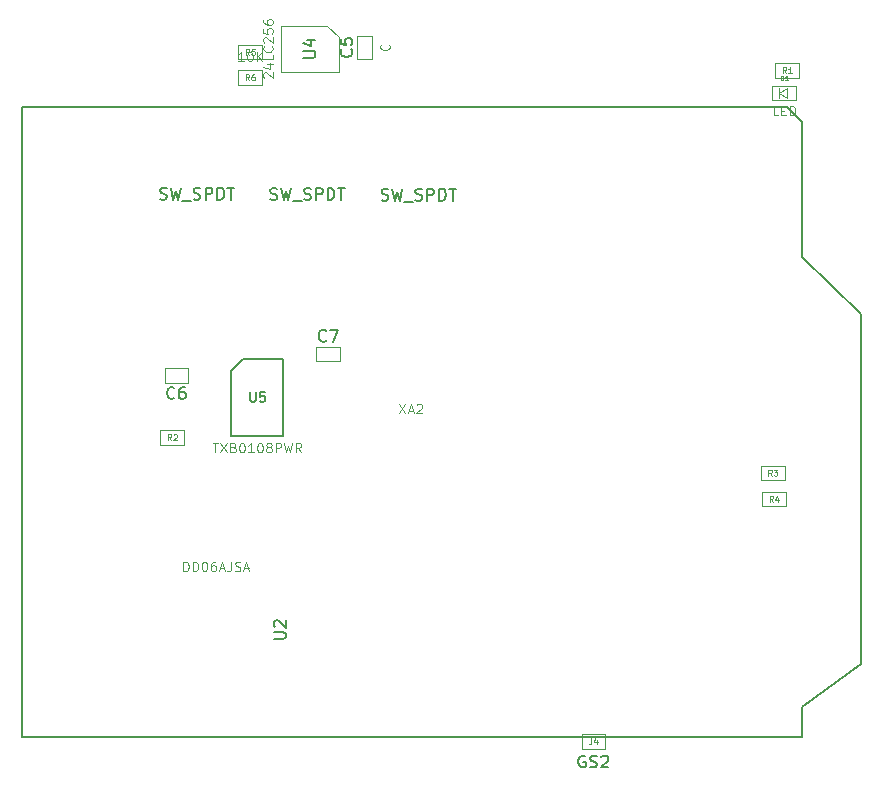
<source format=gbr>
G04 #@! TF.FileFunction,Other,Fab,Top*
%FSLAX46Y46*%
G04 Gerber Fmt 4.6, Leading zero omitted, Abs format (unit mm)*
G04 Created by KiCad (PCBNEW 4.0.7) date Monday, July 02, 2018 'PMt' 09:22:05 PM*
%MOMM*%
%LPD*%
G01*
G04 APERTURE LIST*
%ADD10C,0.100000*%
%ADD11C,0.200000*%
%ADD12C,0.150000*%
%ADD13C,0.075000*%
G04 APERTURE END LIST*
D10*
D11*
X169545000Y-173304200D02*
X235585000Y-173304200D01*
X235585000Y-170764200D02*
X235585000Y-173304200D01*
X235585000Y-170764200D02*
X240538000Y-167081200D01*
X235585000Y-132664200D02*
X240538000Y-137490200D01*
X240538000Y-137490200D02*
X240538000Y-145364200D01*
X240538000Y-145364200D02*
X240538000Y-167081200D01*
X235585000Y-132664200D02*
X235585000Y-121234200D01*
X235585000Y-121234200D02*
X234315000Y-119964200D01*
X234315000Y-119964200D02*
X169545000Y-119964200D01*
X169545000Y-173304200D02*
X169545000Y-119964200D01*
D10*
X199170000Y-115900000D02*
X197930000Y-115900000D01*
X199170000Y-113900000D02*
X199170000Y-115900000D01*
X197930000Y-113900000D02*
X199170000Y-113900000D01*
X197930000Y-115900000D02*
X197930000Y-113900000D01*
X183600000Y-142080000D02*
X183600000Y-143320000D01*
X181600000Y-142080000D02*
X183600000Y-142080000D01*
X181600000Y-143320000D02*
X181600000Y-142080000D01*
X183600000Y-143320000D02*
X181600000Y-143320000D01*
X194453000Y-141463000D02*
X194453000Y-140223000D01*
X196453000Y-141463000D02*
X194453000Y-141463000D01*
X196453000Y-140223000D02*
X196453000Y-141463000D01*
X194453000Y-140223000D02*
X196453000Y-140223000D01*
X233661000Y-118345000D02*
X233661000Y-119145000D01*
X233661000Y-118745000D02*
X234261000Y-118345000D01*
X234261000Y-119145000D02*
X233661000Y-118745000D01*
X234261000Y-118345000D02*
X234261000Y-119145000D01*
X235061000Y-119345000D02*
X233061000Y-119345000D01*
X235061000Y-118145000D02*
X235061000Y-119345000D01*
X233061000Y-118145000D02*
X235061000Y-118145000D01*
X233061000Y-119345000D02*
X233061000Y-118145000D01*
X233315000Y-117460000D02*
X233315000Y-116220000D01*
X235315000Y-117460000D02*
X233315000Y-117460000D01*
X235315000Y-116220000D02*
X235315000Y-117460000D01*
X233315000Y-116220000D02*
X235315000Y-116220000D01*
X183250000Y-147280000D02*
X183250000Y-148520000D01*
X181250000Y-147280000D02*
X183250000Y-147280000D01*
X181250000Y-148520000D02*
X181250000Y-147280000D01*
X183250000Y-148520000D02*
X181250000Y-148520000D01*
X232095800Y-151546800D02*
X232095800Y-150306800D01*
X234095800Y-151546800D02*
X232095800Y-151546800D01*
X234095800Y-150306800D02*
X234095800Y-151546800D01*
X232095800Y-150306800D02*
X234095800Y-150306800D01*
X234197400Y-152516600D02*
X234197400Y-153756600D01*
X232197400Y-152516600D02*
X234197400Y-152516600D01*
X232197400Y-153756600D02*
X232197400Y-152516600D01*
X234197400Y-153756600D02*
X232197400Y-153756600D01*
X196350000Y-114050000D02*
X196350000Y-116950000D01*
X196350000Y-116950000D02*
X191450000Y-116950000D01*
X191450000Y-116950000D02*
X191450000Y-113050000D01*
X191450000Y-113050000D02*
X195350000Y-113050000D01*
X195350000Y-113050000D02*
X196350000Y-114050000D01*
D12*
X188258600Y-141276000D02*
X191658600Y-141276000D01*
X191658600Y-141276000D02*
X191658600Y-147776000D01*
X191658600Y-147776000D02*
X187258600Y-147776000D01*
X187258600Y-147776000D02*
X187258600Y-142276000D01*
X187258600Y-142276000D02*
X188258600Y-141276000D01*
D10*
X189849000Y-114674000D02*
X189849000Y-115914000D01*
X187849000Y-114674000D02*
X189849000Y-114674000D01*
X187849000Y-115914000D02*
X187849000Y-114674000D01*
X189849000Y-115914000D02*
X187849000Y-115914000D01*
X189849000Y-116833000D02*
X189849000Y-118073000D01*
X187849000Y-116833000D02*
X189849000Y-116833000D01*
X187849000Y-118073000D02*
X187849000Y-116833000D01*
X189849000Y-118073000D02*
X187849000Y-118073000D01*
X216900000Y-174270000D02*
X216900000Y-173030000D01*
X218900000Y-174270000D02*
X216900000Y-174270000D01*
X218900000Y-173030000D02*
X218900000Y-174270000D01*
X216900000Y-173030000D02*
X218900000Y-173030000D01*
X183185143Y-159238905D02*
X183185143Y-158438905D01*
X183375619Y-158438905D01*
X183489905Y-158477000D01*
X183566096Y-158553190D01*
X183604191Y-158629381D01*
X183642286Y-158781762D01*
X183642286Y-158896048D01*
X183604191Y-159048429D01*
X183566096Y-159124619D01*
X183489905Y-159200810D01*
X183375619Y-159238905D01*
X183185143Y-159238905D01*
X183985143Y-159238905D02*
X183985143Y-158438905D01*
X184175619Y-158438905D01*
X184289905Y-158477000D01*
X184366096Y-158553190D01*
X184404191Y-158629381D01*
X184442286Y-158781762D01*
X184442286Y-158896048D01*
X184404191Y-159048429D01*
X184366096Y-159124619D01*
X184289905Y-159200810D01*
X184175619Y-159238905D01*
X183985143Y-159238905D01*
X184937524Y-158438905D02*
X185013715Y-158438905D01*
X185089905Y-158477000D01*
X185128000Y-158515095D01*
X185166096Y-158591286D01*
X185204191Y-158743667D01*
X185204191Y-158934143D01*
X185166096Y-159086524D01*
X185128000Y-159162714D01*
X185089905Y-159200810D01*
X185013715Y-159238905D01*
X184937524Y-159238905D01*
X184861334Y-159200810D01*
X184823238Y-159162714D01*
X184785143Y-159086524D01*
X184747048Y-158934143D01*
X184747048Y-158743667D01*
X184785143Y-158591286D01*
X184823238Y-158515095D01*
X184861334Y-158477000D01*
X184937524Y-158438905D01*
X185889905Y-158438905D02*
X185737524Y-158438905D01*
X185661334Y-158477000D01*
X185623239Y-158515095D01*
X185547048Y-158629381D01*
X185508953Y-158781762D01*
X185508953Y-159086524D01*
X185547048Y-159162714D01*
X185585143Y-159200810D01*
X185661334Y-159238905D01*
X185813715Y-159238905D01*
X185889905Y-159200810D01*
X185928001Y-159162714D01*
X185966096Y-159086524D01*
X185966096Y-158896048D01*
X185928001Y-158819857D01*
X185889905Y-158781762D01*
X185813715Y-158743667D01*
X185661334Y-158743667D01*
X185585143Y-158781762D01*
X185547048Y-158819857D01*
X185508953Y-158896048D01*
X186270858Y-159010333D02*
X186651810Y-159010333D01*
X186194667Y-159238905D02*
X186461334Y-158438905D01*
X186728001Y-159238905D01*
X187223239Y-158438905D02*
X187223239Y-159010333D01*
X187185143Y-159124619D01*
X187108953Y-159200810D01*
X186994667Y-159238905D01*
X186918477Y-159238905D01*
X187566096Y-159200810D02*
X187680382Y-159238905D01*
X187870858Y-159238905D01*
X187947048Y-159200810D01*
X187985144Y-159162714D01*
X188023239Y-159086524D01*
X188023239Y-159010333D01*
X187985144Y-158934143D01*
X187947048Y-158896048D01*
X187870858Y-158857952D01*
X187718477Y-158819857D01*
X187642286Y-158781762D01*
X187604191Y-158743667D01*
X187566096Y-158667476D01*
X187566096Y-158591286D01*
X187604191Y-158515095D01*
X187642286Y-158477000D01*
X187718477Y-158438905D01*
X187908953Y-158438905D01*
X188023239Y-158477000D01*
X188328001Y-159010333D02*
X188708953Y-159010333D01*
X188251810Y-159238905D02*
X188518477Y-158438905D01*
X188785144Y-159238905D01*
D12*
X190841381Y-164972905D02*
X191650905Y-164972905D01*
X191746143Y-164925286D01*
X191793762Y-164877667D01*
X191841381Y-164782429D01*
X191841381Y-164591952D01*
X191793762Y-164496714D01*
X191746143Y-164449095D01*
X191650905Y-164401476D01*
X190841381Y-164401476D01*
X190936619Y-163972905D02*
X190889000Y-163925286D01*
X190841381Y-163830048D01*
X190841381Y-163591952D01*
X190889000Y-163496714D01*
X190936619Y-163449095D01*
X191031857Y-163401476D01*
X191127095Y-163401476D01*
X191269952Y-163449095D01*
X191841381Y-164020524D01*
X191841381Y-163401476D01*
D10*
X201454524Y-145066105D02*
X201987857Y-145866105D01*
X201987857Y-145066105D02*
X201454524Y-145866105D01*
X202254524Y-145637533D02*
X202635476Y-145637533D01*
X202178333Y-145866105D02*
X202445000Y-145066105D01*
X202711667Y-145866105D01*
X202940238Y-145142295D02*
X202978333Y-145104200D01*
X203054524Y-145066105D01*
X203245000Y-145066105D01*
X203321190Y-145104200D01*
X203359286Y-145142295D01*
X203397381Y-145218486D01*
X203397381Y-145294676D01*
X203359286Y-145408962D01*
X202902143Y-145866105D01*
X203397381Y-145866105D01*
X200585714Y-114652381D02*
X200623810Y-114690476D01*
X200661905Y-114804762D01*
X200661905Y-114880952D01*
X200623810Y-114995238D01*
X200547619Y-115071429D01*
X200471429Y-115109524D01*
X200319048Y-115147619D01*
X200204762Y-115147619D01*
X200052381Y-115109524D01*
X199976190Y-115071429D01*
X199900000Y-114995238D01*
X199861905Y-114880952D01*
X199861905Y-114804762D01*
X199900000Y-114690476D01*
X199938095Y-114652381D01*
D12*
X197407143Y-115066666D02*
X197454762Y-115114285D01*
X197502381Y-115257142D01*
X197502381Y-115352380D01*
X197454762Y-115495238D01*
X197359524Y-115590476D01*
X197264286Y-115638095D01*
X197073810Y-115685714D01*
X196930952Y-115685714D01*
X196740476Y-115638095D01*
X196645238Y-115590476D01*
X196550000Y-115495238D01*
X196502381Y-115352380D01*
X196502381Y-115257142D01*
X196550000Y-115114285D01*
X196597619Y-115066666D01*
X196502381Y-114161904D02*
X196502381Y-114638095D01*
X196978571Y-114685714D01*
X196930952Y-114638095D01*
X196883333Y-114542857D01*
X196883333Y-114304761D01*
X196930952Y-114209523D01*
X196978571Y-114161904D01*
X197073810Y-114114285D01*
X197311905Y-114114285D01*
X197407143Y-114161904D01*
X197454762Y-114209523D01*
X197502381Y-114304761D01*
X197502381Y-114542857D01*
X197454762Y-114638095D01*
X197407143Y-114685714D01*
X182433334Y-144557143D02*
X182385715Y-144604762D01*
X182242858Y-144652381D01*
X182147620Y-144652381D01*
X182004762Y-144604762D01*
X181909524Y-144509524D01*
X181861905Y-144414286D01*
X181814286Y-144223810D01*
X181814286Y-144080952D01*
X181861905Y-143890476D01*
X181909524Y-143795238D01*
X182004762Y-143700000D01*
X182147620Y-143652381D01*
X182242858Y-143652381D01*
X182385715Y-143700000D01*
X182433334Y-143747619D01*
X183290477Y-143652381D02*
X183100000Y-143652381D01*
X183004762Y-143700000D01*
X182957143Y-143747619D01*
X182861905Y-143890476D01*
X182814286Y-144080952D01*
X182814286Y-144461905D01*
X182861905Y-144557143D01*
X182909524Y-144604762D01*
X183004762Y-144652381D01*
X183195239Y-144652381D01*
X183290477Y-144604762D01*
X183338096Y-144557143D01*
X183385715Y-144461905D01*
X183385715Y-144223810D01*
X183338096Y-144128571D01*
X183290477Y-144080952D01*
X183195239Y-144033333D01*
X183004762Y-144033333D01*
X182909524Y-144080952D01*
X182861905Y-144128571D01*
X182814286Y-144223810D01*
X195286334Y-139700143D02*
X195238715Y-139747762D01*
X195095858Y-139795381D01*
X195000620Y-139795381D01*
X194857762Y-139747762D01*
X194762524Y-139652524D01*
X194714905Y-139557286D01*
X194667286Y-139366810D01*
X194667286Y-139223952D01*
X194714905Y-139033476D01*
X194762524Y-138938238D01*
X194857762Y-138843000D01*
X195000620Y-138795381D01*
X195095858Y-138795381D01*
X195238715Y-138843000D01*
X195286334Y-138890619D01*
X195619667Y-138795381D02*
X196286334Y-138795381D01*
X195857762Y-139795381D01*
D10*
X233546715Y-120656905D02*
X233165762Y-120656905D01*
X233165762Y-119856905D01*
X233813381Y-120237857D02*
X234080048Y-120237857D01*
X234194334Y-120656905D02*
X233813381Y-120656905D01*
X233813381Y-119856905D01*
X234194334Y-119856905D01*
X234537191Y-120656905D02*
X234537191Y-119856905D01*
X234727667Y-119856905D01*
X234841953Y-119895000D01*
X234918144Y-119971190D01*
X234956239Y-120047381D01*
X234994334Y-120199762D01*
X234994334Y-120314048D01*
X234956239Y-120466429D01*
X234918144Y-120542619D01*
X234841953Y-120618810D01*
X234727667Y-120656905D01*
X234537191Y-120656905D01*
X233765762Y-117675952D02*
X233765762Y-117275952D01*
X233861000Y-117275952D01*
X233918143Y-117295000D01*
X233956238Y-117333095D01*
X233975286Y-117371190D01*
X233994334Y-117447381D01*
X233994334Y-117504524D01*
X233975286Y-117580714D01*
X233956238Y-117618810D01*
X233918143Y-117656905D01*
X233861000Y-117675952D01*
X233765762Y-117675952D01*
X234375286Y-117675952D02*
X234146714Y-117675952D01*
X234261000Y-117675952D02*
X234261000Y-117275952D01*
X234222905Y-117333095D01*
X234184810Y-117371190D01*
X234146714Y-117390238D01*
D13*
X234231667Y-117066190D02*
X234065000Y-116828095D01*
X233945953Y-117066190D02*
X233945953Y-116566190D01*
X234136429Y-116566190D01*
X234184048Y-116590000D01*
X234207857Y-116613810D01*
X234231667Y-116661429D01*
X234231667Y-116732857D01*
X234207857Y-116780476D01*
X234184048Y-116804286D01*
X234136429Y-116828095D01*
X233945953Y-116828095D01*
X234707857Y-117066190D02*
X234422143Y-117066190D01*
X234565000Y-117066190D02*
X234565000Y-116566190D01*
X234517381Y-116637619D01*
X234469762Y-116685238D01*
X234422143Y-116709048D01*
X182166667Y-148126190D02*
X182000000Y-147888095D01*
X181880953Y-148126190D02*
X181880953Y-147626190D01*
X182071429Y-147626190D01*
X182119048Y-147650000D01*
X182142857Y-147673810D01*
X182166667Y-147721429D01*
X182166667Y-147792857D01*
X182142857Y-147840476D01*
X182119048Y-147864286D01*
X182071429Y-147888095D01*
X181880953Y-147888095D01*
X182357143Y-147673810D02*
X182380953Y-147650000D01*
X182428572Y-147626190D01*
X182547619Y-147626190D01*
X182595238Y-147650000D01*
X182619048Y-147673810D01*
X182642857Y-147721429D01*
X182642857Y-147769048D01*
X182619048Y-147840476D01*
X182333334Y-148126190D01*
X182642857Y-148126190D01*
X233012467Y-151152990D02*
X232845800Y-150914895D01*
X232726753Y-151152990D02*
X232726753Y-150652990D01*
X232917229Y-150652990D01*
X232964848Y-150676800D01*
X232988657Y-150700610D01*
X233012467Y-150748229D01*
X233012467Y-150819657D01*
X232988657Y-150867276D01*
X232964848Y-150891086D01*
X232917229Y-150914895D01*
X232726753Y-150914895D01*
X233179134Y-150652990D02*
X233488657Y-150652990D01*
X233321991Y-150843467D01*
X233393419Y-150843467D01*
X233441038Y-150867276D01*
X233464848Y-150891086D01*
X233488657Y-150938705D01*
X233488657Y-151057752D01*
X233464848Y-151105371D01*
X233441038Y-151129181D01*
X233393419Y-151152990D01*
X233250562Y-151152990D01*
X233202943Y-151129181D01*
X233179134Y-151105371D01*
X233114067Y-153362790D02*
X232947400Y-153124695D01*
X232828353Y-153362790D02*
X232828353Y-152862790D01*
X233018829Y-152862790D01*
X233066448Y-152886600D01*
X233090257Y-152910410D01*
X233114067Y-152958029D01*
X233114067Y-153029457D01*
X233090257Y-153077076D01*
X233066448Y-153100886D01*
X233018829Y-153124695D01*
X232828353Y-153124695D01*
X233542638Y-153029457D02*
X233542638Y-153362790D01*
X233423591Y-152838981D02*
X233304543Y-153196124D01*
X233614067Y-153196124D01*
D10*
X190038095Y-117476191D02*
X190000000Y-117438096D01*
X189961905Y-117361905D01*
X189961905Y-117171429D01*
X190000000Y-117095239D01*
X190038095Y-117057143D01*
X190114286Y-117019048D01*
X190190476Y-117019048D01*
X190304762Y-117057143D01*
X190761905Y-117514286D01*
X190761905Y-117019048D01*
X190228571Y-116333334D02*
X190761905Y-116333334D01*
X189923810Y-116523810D02*
X190495238Y-116714286D01*
X190495238Y-116219048D01*
X190761905Y-115533333D02*
X190761905Y-115914286D01*
X189961905Y-115914286D01*
X190685714Y-114809524D02*
X190723810Y-114847619D01*
X190761905Y-114961905D01*
X190761905Y-115038095D01*
X190723810Y-115152381D01*
X190647619Y-115228572D01*
X190571429Y-115266667D01*
X190419048Y-115304762D01*
X190304762Y-115304762D01*
X190152381Y-115266667D01*
X190076190Y-115228572D01*
X190000000Y-115152381D01*
X189961905Y-115038095D01*
X189961905Y-114961905D01*
X190000000Y-114847619D01*
X190038095Y-114809524D01*
X190038095Y-114504762D02*
X190000000Y-114466667D01*
X189961905Y-114390476D01*
X189961905Y-114200000D01*
X190000000Y-114123810D01*
X190038095Y-114085714D01*
X190114286Y-114047619D01*
X190190476Y-114047619D01*
X190304762Y-114085714D01*
X190761905Y-114542857D01*
X190761905Y-114047619D01*
X189961905Y-113323809D02*
X189961905Y-113704762D01*
X190342857Y-113742857D01*
X190304762Y-113704762D01*
X190266667Y-113628571D01*
X190266667Y-113438095D01*
X190304762Y-113361905D01*
X190342857Y-113323809D01*
X190419048Y-113285714D01*
X190609524Y-113285714D01*
X190685714Y-113323809D01*
X190723810Y-113361905D01*
X190761905Y-113438095D01*
X190761905Y-113628571D01*
X190723810Y-113704762D01*
X190685714Y-113742857D01*
X189961905Y-112600000D02*
X189961905Y-112752381D01*
X190000000Y-112828571D01*
X190038095Y-112866666D01*
X190152381Y-112942857D01*
X190304762Y-112980952D01*
X190609524Y-112980952D01*
X190685714Y-112942857D01*
X190723810Y-112904762D01*
X190761905Y-112828571D01*
X190761905Y-112676190D01*
X190723810Y-112600000D01*
X190685714Y-112561904D01*
X190609524Y-112523809D01*
X190419048Y-112523809D01*
X190342857Y-112561904D01*
X190304762Y-112600000D01*
X190266667Y-112676190D01*
X190266667Y-112828571D01*
X190304762Y-112904762D01*
X190342857Y-112942857D01*
X190419048Y-112980952D01*
D12*
X193352381Y-115761905D02*
X194161905Y-115761905D01*
X194257143Y-115714286D01*
X194304762Y-115666667D01*
X194352381Y-115571429D01*
X194352381Y-115380952D01*
X194304762Y-115285714D01*
X194257143Y-115238095D01*
X194161905Y-115190476D01*
X193352381Y-115190476D01*
X193685714Y-114285714D02*
X194352381Y-114285714D01*
X193304762Y-114523810D02*
X194019048Y-114761905D01*
X194019048Y-114142857D01*
D10*
X185668123Y-148387905D02*
X186125266Y-148387905D01*
X185896695Y-149187905D02*
X185896695Y-148387905D01*
X186315743Y-148387905D02*
X186849076Y-149187905D01*
X186849076Y-148387905D02*
X186315743Y-149187905D01*
X187420505Y-148768857D02*
X187534791Y-148806952D01*
X187572886Y-148845048D01*
X187610981Y-148921238D01*
X187610981Y-149035524D01*
X187572886Y-149111714D01*
X187534791Y-149149810D01*
X187458600Y-149187905D01*
X187153838Y-149187905D01*
X187153838Y-148387905D01*
X187420505Y-148387905D01*
X187496695Y-148426000D01*
X187534791Y-148464095D01*
X187572886Y-148540286D01*
X187572886Y-148616476D01*
X187534791Y-148692667D01*
X187496695Y-148730762D01*
X187420505Y-148768857D01*
X187153838Y-148768857D01*
X188106219Y-148387905D02*
X188182410Y-148387905D01*
X188258600Y-148426000D01*
X188296695Y-148464095D01*
X188334791Y-148540286D01*
X188372886Y-148692667D01*
X188372886Y-148883143D01*
X188334791Y-149035524D01*
X188296695Y-149111714D01*
X188258600Y-149149810D01*
X188182410Y-149187905D01*
X188106219Y-149187905D01*
X188030029Y-149149810D01*
X187991933Y-149111714D01*
X187953838Y-149035524D01*
X187915743Y-148883143D01*
X187915743Y-148692667D01*
X187953838Y-148540286D01*
X187991933Y-148464095D01*
X188030029Y-148426000D01*
X188106219Y-148387905D01*
X189134791Y-149187905D02*
X188677648Y-149187905D01*
X188906219Y-149187905D02*
X188906219Y-148387905D01*
X188830029Y-148502190D01*
X188753838Y-148578381D01*
X188677648Y-148616476D01*
X189630029Y-148387905D02*
X189706220Y-148387905D01*
X189782410Y-148426000D01*
X189820505Y-148464095D01*
X189858601Y-148540286D01*
X189896696Y-148692667D01*
X189896696Y-148883143D01*
X189858601Y-149035524D01*
X189820505Y-149111714D01*
X189782410Y-149149810D01*
X189706220Y-149187905D01*
X189630029Y-149187905D01*
X189553839Y-149149810D01*
X189515743Y-149111714D01*
X189477648Y-149035524D01*
X189439553Y-148883143D01*
X189439553Y-148692667D01*
X189477648Y-148540286D01*
X189515743Y-148464095D01*
X189553839Y-148426000D01*
X189630029Y-148387905D01*
X190353839Y-148730762D02*
X190277648Y-148692667D01*
X190239553Y-148654571D01*
X190201458Y-148578381D01*
X190201458Y-148540286D01*
X190239553Y-148464095D01*
X190277648Y-148426000D01*
X190353839Y-148387905D01*
X190506220Y-148387905D01*
X190582410Y-148426000D01*
X190620506Y-148464095D01*
X190658601Y-148540286D01*
X190658601Y-148578381D01*
X190620506Y-148654571D01*
X190582410Y-148692667D01*
X190506220Y-148730762D01*
X190353839Y-148730762D01*
X190277648Y-148768857D01*
X190239553Y-148806952D01*
X190201458Y-148883143D01*
X190201458Y-149035524D01*
X190239553Y-149111714D01*
X190277648Y-149149810D01*
X190353839Y-149187905D01*
X190506220Y-149187905D01*
X190582410Y-149149810D01*
X190620506Y-149111714D01*
X190658601Y-149035524D01*
X190658601Y-148883143D01*
X190620506Y-148806952D01*
X190582410Y-148768857D01*
X190506220Y-148730762D01*
X191001458Y-149187905D02*
X191001458Y-148387905D01*
X191306220Y-148387905D01*
X191382411Y-148426000D01*
X191420506Y-148464095D01*
X191458601Y-148540286D01*
X191458601Y-148654571D01*
X191420506Y-148730762D01*
X191382411Y-148768857D01*
X191306220Y-148806952D01*
X191001458Y-148806952D01*
X191725268Y-148387905D02*
X191915744Y-149187905D01*
X192068125Y-148616476D01*
X192220506Y-149187905D01*
X192410982Y-148387905D01*
X193172887Y-149187905D02*
X192906220Y-148806952D01*
X192715744Y-149187905D02*
X192715744Y-148387905D01*
X193020506Y-148387905D01*
X193096697Y-148426000D01*
X193134792Y-148464095D01*
X193172887Y-148540286D01*
X193172887Y-148654571D01*
X193134792Y-148730762D01*
X193096697Y-148768857D01*
X193020506Y-148806952D01*
X192715744Y-148806952D01*
D12*
X188849076Y-144087905D02*
X188849076Y-144735524D01*
X188887171Y-144811714D01*
X188925267Y-144849810D01*
X189001457Y-144887905D01*
X189153838Y-144887905D01*
X189230029Y-144849810D01*
X189268124Y-144811714D01*
X189306219Y-144735524D01*
X189306219Y-144087905D01*
X190068124Y-144087905D02*
X189687171Y-144087905D01*
X189649076Y-144468857D01*
X189687171Y-144430762D01*
X189763362Y-144392667D01*
X189953838Y-144392667D01*
X190030028Y-144430762D01*
X190068124Y-144468857D01*
X190106219Y-144545048D01*
X190106219Y-144735524D01*
X190068124Y-144811714D01*
X190030028Y-144849810D01*
X189953838Y-144887905D01*
X189763362Y-144887905D01*
X189687171Y-144849810D01*
X189649076Y-144811714D01*
D13*
X188765667Y-115520190D02*
X188599000Y-115282095D01*
X188479953Y-115520190D02*
X188479953Y-115020190D01*
X188670429Y-115020190D01*
X188718048Y-115044000D01*
X188741857Y-115067810D01*
X188765667Y-115115429D01*
X188765667Y-115186857D01*
X188741857Y-115234476D01*
X188718048Y-115258286D01*
X188670429Y-115282095D01*
X188479953Y-115282095D01*
X189218048Y-115020190D02*
X188979953Y-115020190D01*
X188956143Y-115258286D01*
X188979953Y-115234476D01*
X189027572Y-115210667D01*
X189146619Y-115210667D01*
X189194238Y-115234476D01*
X189218048Y-115258286D01*
X189241857Y-115305905D01*
X189241857Y-115424952D01*
X189218048Y-115472571D01*
X189194238Y-115496381D01*
X189146619Y-115520190D01*
X189027572Y-115520190D01*
X188979953Y-115496381D01*
X188956143Y-115472571D01*
D10*
X188296619Y-116064905D02*
X187839476Y-116064905D01*
X188068047Y-116064905D02*
X188068047Y-115264905D01*
X187991857Y-115379190D01*
X187915666Y-115455381D01*
X187839476Y-115493476D01*
X188791857Y-115264905D02*
X188868048Y-115264905D01*
X188944238Y-115303000D01*
X188982333Y-115341095D01*
X189020429Y-115417286D01*
X189058524Y-115569667D01*
X189058524Y-115760143D01*
X189020429Y-115912524D01*
X188982333Y-115988714D01*
X188944238Y-116026810D01*
X188868048Y-116064905D01*
X188791857Y-116064905D01*
X188715667Y-116026810D01*
X188677571Y-115988714D01*
X188639476Y-115912524D01*
X188601381Y-115760143D01*
X188601381Y-115569667D01*
X188639476Y-115417286D01*
X188677571Y-115341095D01*
X188715667Y-115303000D01*
X188791857Y-115264905D01*
X189401381Y-116064905D02*
X189401381Y-115264905D01*
X189858524Y-116064905D02*
X189515667Y-115607762D01*
X189858524Y-115264905D02*
X189401381Y-115722048D01*
D13*
X188765667Y-117679190D02*
X188599000Y-117441095D01*
X188479953Y-117679190D02*
X188479953Y-117179190D01*
X188670429Y-117179190D01*
X188718048Y-117203000D01*
X188741857Y-117226810D01*
X188765667Y-117274429D01*
X188765667Y-117345857D01*
X188741857Y-117393476D01*
X188718048Y-117417286D01*
X188670429Y-117441095D01*
X188479953Y-117441095D01*
X189194238Y-117179190D02*
X189099000Y-117179190D01*
X189051381Y-117203000D01*
X189027572Y-117226810D01*
X188979953Y-117298238D01*
X188956143Y-117393476D01*
X188956143Y-117583952D01*
X188979953Y-117631571D01*
X189003762Y-117655381D01*
X189051381Y-117679190D01*
X189146619Y-117679190D01*
X189194238Y-117655381D01*
X189218048Y-117631571D01*
X189241857Y-117583952D01*
X189241857Y-117464905D01*
X189218048Y-117417286D01*
X189194238Y-117393476D01*
X189146619Y-117369667D01*
X189051381Y-117369667D01*
X189003762Y-117393476D01*
X188979953Y-117417286D01*
X188956143Y-117464905D01*
D12*
X217209524Y-174900000D02*
X217114286Y-174852381D01*
X216971429Y-174852381D01*
X216828571Y-174900000D01*
X216733333Y-174995238D01*
X216685714Y-175090476D01*
X216638095Y-175280952D01*
X216638095Y-175423810D01*
X216685714Y-175614286D01*
X216733333Y-175709524D01*
X216828571Y-175804762D01*
X216971429Y-175852381D01*
X217066667Y-175852381D01*
X217209524Y-175804762D01*
X217257143Y-175757143D01*
X217257143Y-175423810D01*
X217066667Y-175423810D01*
X217638095Y-175804762D02*
X217780952Y-175852381D01*
X218019048Y-175852381D01*
X218114286Y-175804762D01*
X218161905Y-175757143D01*
X218209524Y-175661905D01*
X218209524Y-175566667D01*
X218161905Y-175471429D01*
X218114286Y-175423810D01*
X218019048Y-175376190D01*
X217828571Y-175328571D01*
X217733333Y-175280952D01*
X217685714Y-175233333D01*
X217638095Y-175138095D01*
X217638095Y-175042857D01*
X217685714Y-174947619D01*
X217733333Y-174900000D01*
X217828571Y-174852381D01*
X218066667Y-174852381D01*
X218209524Y-174900000D01*
X218590476Y-174947619D02*
X218638095Y-174900000D01*
X218733333Y-174852381D01*
X218971429Y-174852381D01*
X219066667Y-174900000D01*
X219114286Y-174947619D01*
X219161905Y-175042857D01*
X219161905Y-175138095D01*
X219114286Y-175280952D01*
X218542857Y-175852381D01*
X219161905Y-175852381D01*
D13*
X217733334Y-173376190D02*
X217733334Y-173733333D01*
X217709524Y-173804762D01*
X217661905Y-173852381D01*
X217590477Y-173876190D01*
X217542858Y-173876190D01*
X218185714Y-173542857D02*
X218185714Y-173876190D01*
X218066667Y-173352381D02*
X217947619Y-173709524D01*
X218257143Y-173709524D01*
D12*
X181207162Y-127734962D02*
X181350019Y-127782581D01*
X181588115Y-127782581D01*
X181683353Y-127734962D01*
X181730972Y-127687343D01*
X181778591Y-127592105D01*
X181778591Y-127496867D01*
X181730972Y-127401629D01*
X181683353Y-127354010D01*
X181588115Y-127306390D01*
X181397638Y-127258771D01*
X181302400Y-127211152D01*
X181254781Y-127163533D01*
X181207162Y-127068295D01*
X181207162Y-126973057D01*
X181254781Y-126877819D01*
X181302400Y-126830200D01*
X181397638Y-126782581D01*
X181635734Y-126782581D01*
X181778591Y-126830200D01*
X182111924Y-126782581D02*
X182350019Y-127782581D01*
X182540496Y-127068295D01*
X182730972Y-127782581D01*
X182969067Y-126782581D01*
X183111924Y-127877819D02*
X183873829Y-127877819D01*
X184064305Y-127734962D02*
X184207162Y-127782581D01*
X184445258Y-127782581D01*
X184540496Y-127734962D01*
X184588115Y-127687343D01*
X184635734Y-127592105D01*
X184635734Y-127496867D01*
X184588115Y-127401629D01*
X184540496Y-127354010D01*
X184445258Y-127306390D01*
X184254781Y-127258771D01*
X184159543Y-127211152D01*
X184111924Y-127163533D01*
X184064305Y-127068295D01*
X184064305Y-126973057D01*
X184111924Y-126877819D01*
X184159543Y-126830200D01*
X184254781Y-126782581D01*
X184492877Y-126782581D01*
X184635734Y-126830200D01*
X185064305Y-127782581D02*
X185064305Y-126782581D01*
X185445258Y-126782581D01*
X185540496Y-126830200D01*
X185588115Y-126877819D01*
X185635734Y-126973057D01*
X185635734Y-127115914D01*
X185588115Y-127211152D01*
X185540496Y-127258771D01*
X185445258Y-127306390D01*
X185064305Y-127306390D01*
X186064305Y-127782581D02*
X186064305Y-126782581D01*
X186302400Y-126782581D01*
X186445258Y-126830200D01*
X186540496Y-126925438D01*
X186588115Y-127020676D01*
X186635734Y-127211152D01*
X186635734Y-127354010D01*
X186588115Y-127544486D01*
X186540496Y-127639724D01*
X186445258Y-127734962D01*
X186302400Y-127782581D01*
X186064305Y-127782581D01*
X186921448Y-126782581D02*
X187492877Y-126782581D01*
X187207162Y-127782581D02*
X187207162Y-126782581D01*
X190554362Y-127760362D02*
X190697219Y-127807981D01*
X190935315Y-127807981D01*
X191030553Y-127760362D01*
X191078172Y-127712743D01*
X191125791Y-127617505D01*
X191125791Y-127522267D01*
X191078172Y-127427029D01*
X191030553Y-127379410D01*
X190935315Y-127331790D01*
X190744838Y-127284171D01*
X190649600Y-127236552D01*
X190601981Y-127188933D01*
X190554362Y-127093695D01*
X190554362Y-126998457D01*
X190601981Y-126903219D01*
X190649600Y-126855600D01*
X190744838Y-126807981D01*
X190982934Y-126807981D01*
X191125791Y-126855600D01*
X191459124Y-126807981D02*
X191697219Y-127807981D01*
X191887696Y-127093695D01*
X192078172Y-127807981D01*
X192316267Y-126807981D01*
X192459124Y-127903219D02*
X193221029Y-127903219D01*
X193411505Y-127760362D02*
X193554362Y-127807981D01*
X193792458Y-127807981D01*
X193887696Y-127760362D01*
X193935315Y-127712743D01*
X193982934Y-127617505D01*
X193982934Y-127522267D01*
X193935315Y-127427029D01*
X193887696Y-127379410D01*
X193792458Y-127331790D01*
X193601981Y-127284171D01*
X193506743Y-127236552D01*
X193459124Y-127188933D01*
X193411505Y-127093695D01*
X193411505Y-126998457D01*
X193459124Y-126903219D01*
X193506743Y-126855600D01*
X193601981Y-126807981D01*
X193840077Y-126807981D01*
X193982934Y-126855600D01*
X194411505Y-127807981D02*
X194411505Y-126807981D01*
X194792458Y-126807981D01*
X194887696Y-126855600D01*
X194935315Y-126903219D01*
X194982934Y-126998457D01*
X194982934Y-127141314D01*
X194935315Y-127236552D01*
X194887696Y-127284171D01*
X194792458Y-127331790D01*
X194411505Y-127331790D01*
X195411505Y-127807981D02*
X195411505Y-126807981D01*
X195649600Y-126807981D01*
X195792458Y-126855600D01*
X195887696Y-126950838D01*
X195935315Y-127046076D01*
X195982934Y-127236552D01*
X195982934Y-127379410D01*
X195935315Y-127569886D01*
X195887696Y-127665124D01*
X195792458Y-127760362D01*
X195649600Y-127807981D01*
X195411505Y-127807981D01*
X196268648Y-126807981D02*
X196840077Y-126807981D01*
X196554362Y-127807981D02*
X196554362Y-126807981D01*
X199977762Y-127811162D02*
X200120619Y-127858781D01*
X200358715Y-127858781D01*
X200453953Y-127811162D01*
X200501572Y-127763543D01*
X200549191Y-127668305D01*
X200549191Y-127573067D01*
X200501572Y-127477829D01*
X200453953Y-127430210D01*
X200358715Y-127382590D01*
X200168238Y-127334971D01*
X200073000Y-127287352D01*
X200025381Y-127239733D01*
X199977762Y-127144495D01*
X199977762Y-127049257D01*
X200025381Y-126954019D01*
X200073000Y-126906400D01*
X200168238Y-126858781D01*
X200406334Y-126858781D01*
X200549191Y-126906400D01*
X200882524Y-126858781D02*
X201120619Y-127858781D01*
X201311096Y-127144495D01*
X201501572Y-127858781D01*
X201739667Y-126858781D01*
X201882524Y-127954019D02*
X202644429Y-127954019D01*
X202834905Y-127811162D02*
X202977762Y-127858781D01*
X203215858Y-127858781D01*
X203311096Y-127811162D01*
X203358715Y-127763543D01*
X203406334Y-127668305D01*
X203406334Y-127573067D01*
X203358715Y-127477829D01*
X203311096Y-127430210D01*
X203215858Y-127382590D01*
X203025381Y-127334971D01*
X202930143Y-127287352D01*
X202882524Y-127239733D01*
X202834905Y-127144495D01*
X202834905Y-127049257D01*
X202882524Y-126954019D01*
X202930143Y-126906400D01*
X203025381Y-126858781D01*
X203263477Y-126858781D01*
X203406334Y-126906400D01*
X203834905Y-127858781D02*
X203834905Y-126858781D01*
X204215858Y-126858781D01*
X204311096Y-126906400D01*
X204358715Y-126954019D01*
X204406334Y-127049257D01*
X204406334Y-127192114D01*
X204358715Y-127287352D01*
X204311096Y-127334971D01*
X204215858Y-127382590D01*
X203834905Y-127382590D01*
X204834905Y-127858781D02*
X204834905Y-126858781D01*
X205073000Y-126858781D01*
X205215858Y-126906400D01*
X205311096Y-127001638D01*
X205358715Y-127096876D01*
X205406334Y-127287352D01*
X205406334Y-127430210D01*
X205358715Y-127620686D01*
X205311096Y-127715924D01*
X205215858Y-127811162D01*
X205073000Y-127858781D01*
X204834905Y-127858781D01*
X205692048Y-126858781D02*
X206263477Y-126858781D01*
X205977762Y-127858781D02*
X205977762Y-126858781D01*
M02*

</source>
